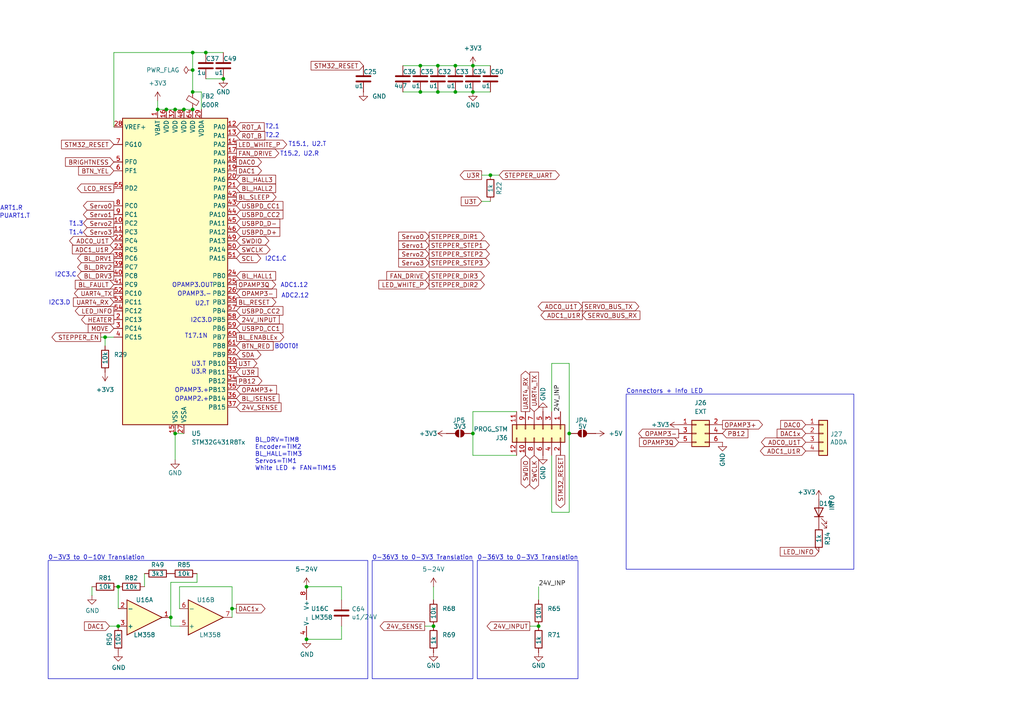
<source format=kicad_sch>
(kicad_sch (version 20250114) (generator "eeschema") (generator_version "9.0")
  (paper "A4")
  (title_block (title "lab@home") (date "2024-08-19") (rev "15.1") (company "Klaus Liebler"))
  (lib_symbols
    (symbol "Amplifier_Operational:LM358" (pin_names (offset 0.127))
      (property "Reference" "U" (at 0 5.08 0))
      (property "Value" "LM358" (at 0 -5.08 0))
      (symbol "LM358_1_1"
        (polyline (pts (xy -5.08 5.08) (xy 5.08 0) (xy -5.08 -5.08) (xy -5.08 5.08)) (stroke (width 0.254)) (fill (type background)))
        (pin input line (at -7.62 2.54 0) (length 2.54) (name "+") (number "3"))
        (pin input line (at -7.62 -2.54 0) (length 2.54) (name "-") (number "2"))
        (pin output line (at 7.62 0 180) (length 2.54) (name "~") (number "1"))
      )
      (symbol "LM358_2_1"
        (polyline (pts (xy -5.08 5.08) (xy 5.08 0) (xy -5.08 -5.08) (xy -5.08 5.08)) (stroke (width 0.254)) (fill (type background)))
        (pin input line (at -7.62 2.54 0) (length 2.54) (name "+") (number "5"))
        (pin input line (at -7.62 -2.54 0) (length 2.54) (name "-") (number "6"))
        (pin output line (at 7.62 0 180) (length 2.54) (name "~") (number "7"))
      )
      (symbol "LM358_3_1"
        (pin power_in line (at -2.54 7.62 270) (length 3.81) (name "V+") (number "8"))
        (pin power_in line (at -2.54 -7.62 90) (length 3.81) (name "V-") (number "4"))
      )
    )
    (symbol "Connector_Generic:Conn_01x04" (pin_names (offset 1.016) (hide yes))
      (property "Reference" "J" (at 0 5.08 0))
      (property "Value" "Conn_01x04" (at 0 -7.62 0))
      (symbol "Conn_01x04_1_1"
        (rectangle (start -1.27 3.81) (end 1.27 -6.35) (stroke (width 0.254)) (fill (type background)))
        (rectangle (start -1.27 2.667) (end 0 2.413) (stroke (width 0.1524)))
        (rectangle (start -1.27 0.127) (end 0 -0.127) (stroke (width 0.1524)))
        (rectangle (start -1.27 -2.413) (end 0 -2.667) (stroke (width 0.1524)))
        (rectangle (start -1.27 -4.953) (end 0 -5.207) (stroke (width 0.1524)))
        (pin passive line (at -5.08 2.54 0) (length 3.81) (name "Pin_1") (number "1"))
        (pin passive line (at -5.08 0 0) (length 3.81) (name "Pin_2") (number "2"))
        (pin passive line (at -5.08 -2.54 0) (length 3.81) (name "Pin_3") (number "3"))
        (pin passive line (at -5.08 -5.08 0) (length 3.81) (name "Pin_4") (number "4"))
      )
    )
    (symbol "Connector_Generic:Conn_02x03_Odd_Even" (pin_names (offset 1.016) (hide yes))
      (property "Reference" "J" (at 1.27 5.08 0))
      (property "Value" "Conn_02x03_Odd_Even" (at 1.27 -5.08 0))
      (symbol "Conn_02x03_Odd_Even_1_1"
        (rectangle (start -1.27 3.81) (end 3.81 -3.81) (stroke (width 0.254)) (fill (type background)))
        (rectangle (start -1.27 2.667) (end 0 2.413) (stroke (width 0.1524)))
        (rectangle (start -1.27 0.127) (end 0 -0.127) (stroke (width 0.1524)))
        (rectangle (start -1.27 -2.413) (end 0 -2.667) (stroke (width 0.1524)))
        (rectangle (start 3.81 2.667) (end 2.54 2.413) (stroke (width 0.1524)))
        (rectangle (start 3.81 0.127) (end 2.54 -0.127) (stroke (width 0.1524)))
        (rectangle (start 3.81 -2.413) (end 2.54 -2.667) (stroke (width 0.1524)))
        (pin passive line (at -5.08 2.54 0) (length 3.81) (name "Pin_1") (number "1"))
        (pin passive line (at -5.08 0 0) (length 3.81) (name "Pin_3") (number "3"))
        (pin passive line (at -5.08 -2.54 0) (length 3.81) (name "Pin_5") (number "5"))
        (pin passive line (at 7.62 2.54 180) (length 3.81) (name "Pin_2") (number "2"))
        (pin passive line (at 7.62 0 180) (length 3.81) (name "Pin_4") (number "4"))
        (pin passive line (at 7.62 -2.54 180) (length 3.81) (name "Pin_6") (number "6"))
      )
    )
    (symbol "Connector_Generic:Conn_02x06_Odd_Even" (pin_names (offset 1.016) (hide yes))
      (property "Reference" "J" (at 1.27 7.62 0))
      (property "Value" "Conn_02x06_Odd_Even" (at 1.27 -10.16 0))
      (symbol "Conn_02x06_Odd_Even_1_1"
        (rectangle (start -1.27 6.35) (end 3.81 -8.89) (stroke (width 0.254)) (fill (type background)))
        (rectangle (start -1.27 5.207) (end 0 4.953) (stroke (width 0.1524)))
        (rectangle (start -1.27 2.667) (end 0 2.413) (stroke (width 0.1524)))
        (rectangle (start -1.27 0.127) (end 0 -0.127) (stroke (width 0.1524)))
        (rectangle (start -1.27 -2.413) (end 0 -2.667) (stroke (width 0.1524)))
        (rectangle (start -1.27 -4.953) (end 0 -5.207) (stroke (width 0.1524)))
        (rectangle (start -1.27 -7.493) (end 0 -7.747) (stroke (width 0.1524)))
        (rectangle (start 3.81 5.207) (end 2.54 4.953) (stroke (width 0.1524)))
        (rectangle (start 3.81 2.667) (end 2.54 2.413) (stroke (width 0.1524)))
        (rectangle (start 3.81 0.127) (end 2.54 -0.127) (stroke (width 0.1524)))
        (rectangle (start 3.81 -2.413) (end 2.54 -2.667) (stroke (width 0.1524)))
        (rectangle (start 3.81 -4.953) (end 2.54 -5.207) (stroke (width 0.1524)))
        (rectangle (start 3.81 -7.493) (end 2.54 -7.747) (stroke (width 0.1524)))
        (pin passive line (at -5.08 5.08 0) (length 3.81) (name "Pin_1") (number "1"))
        (pin passive line (at -5.08 2.54 0) (length 3.81) (name "Pin_3") (number "3"))
        (pin passive line (at -5.08 0 0) (length 3.81) (name "Pin_5") (number "5"))
        (pin passive line (at -5.08 -2.54 0) (length 3.81) (name "Pin_7") (number "7"))
        (pin passive line (at -5.08 -5.08 0) (length 3.81) (name "Pin_9") (number "9"))
        (pin passive line (at -5.08 -7.62 0) (length 3.81) (name "Pin_11") (number "11"))
        (pin passive line (at 7.62 5.08 180) (length 3.81) (name "Pin_2") (number "2"))
        (pin passive line (at 7.62 2.54 180) (length 3.81) (name "Pin_4") (number "4"))
        (pin passive line (at 7.62 0 180) (length 3.81) (name "Pin_6") (number "6"))
        (pin passive line (at 7.62 -2.54 180) (length 3.81) (name "Pin_8") (number "8"))
        (pin passive line (at 7.62 -5.08 180) (length 3.81) (name "Pin_10") (number "10"))
        (pin passive line (at 7.62 -7.62 180) (length 3.81) (name "Pin_12") (number "12"))
      )
    )
    (symbol "Device:C" (pin_numbers (hide yes)) (pin_names (offset 0.254))
      (property "Reference" "C" (at 0.635 2.54 0))
      (property "Value" "C" (at 0.635 -2.54 0))
      (symbol "C_0_1"
        (polyline (pts (xy -2.032 0.762) (xy 2.032 0.762)) (stroke (width 0.508)))
        (polyline (pts (xy -2.032 -0.762) (xy 2.032 -0.762)) (stroke (width 0.508)))
      )
      (symbol "C_1_1"
        (pin passive line (at 0 3.81 270) (length 2.794) (name "~") (number "1"))
        (pin passive line (at 0 -3.81 90) (length 2.794) (name "~") (number "2"))
      )
    )
    (symbol "Device:FerriteBead_Small" (pin_numbers (hide yes)) (pin_names (offset 0))
      (property "Reference" "FB" (at 1.905 1.27 0))
      (property "Value" "FerriteBead_Small" (at 1.905 -1.27 0))
      (symbol "FerriteBead_Small_0_1"
        (polyline (pts (xy -1.8288 0.2794) (xy -1.1176 1.4986) (xy 1.8288 -0.2032) (xy 1.1176 -1.4224) (xy -1.8288 0.2794)))
        (polyline (pts (xy 0 0.889) (xy 0 1.2954)))
        (polyline (pts (xy 0 -1.27) (xy 0 -0.7874)))
      )
      (symbol "FerriteBead_Small_1_1"
        (pin passive line (at 0 2.54 270) (length 1.27) (name "~") (number "1"))
        (pin passive line (at 0 -2.54 90) (length 1.27) (name "~") (number "2"))
      )
    )
    (symbol "Device:LED" (pin_numbers (hide yes)) (pin_names (offset 1.016) (hide yes))
      (property "Reference" "D" (at 0 2.54 0))
      (property "Value" "LED" (at 0 -2.54 0))
      (symbol "LED_0_1"
        (polyline (pts (xy -3.048 -0.762) (xy -4.572 -2.286) (xy -3.81 -2.286) (xy -4.572 -2.286) (xy -4.572 -1.524)))
        (polyline (pts (xy -1.778 -0.762) (xy -3.302 -2.286) (xy -2.54 -2.286) (xy -3.302 -2.286) (xy -3.302 -1.524)))
        (polyline (pts (xy -1.27 0) (xy 1.27 0)))
        (polyline (pts (xy -1.27 -1.27) (xy -1.27 1.27)) (stroke (width 0.254)))
        (polyline (pts (xy 1.27 -1.27) (xy 1.27 1.27) (xy -1.27 0) (xy 1.27 -1.27)) (stroke (width 0.254)))
      )
      (symbol "LED_1_1"
        (pin passive line (at -3.81 0 0) (length 2.54) (name "K") (number "1"))
        (pin passive line (at 3.81 0 180) (length 2.54) (name "A") (number "2"))
      )
    )
    (symbol "Device:R" (pin_numbers (hide yes)) (pin_names (offset 0))
      (property "Reference" "R" (at 2.032 0 90))
      (property "Value" "R" (at 0 0 90))
      (symbol "R_0_1"
        (rectangle (start -1.016 -2.54) (end 1.016 2.54) (stroke (width 0.254)))
      )
      (symbol "R_1_1"
        (pin passive line (at 0 3.81 270) (length 1.27) (name "~") (number "1"))
        (pin passive line (at 0 -3.81 90) (length 1.27) (name "~") (number "2"))
      )
    )
    (symbol "Jumper:SolderJumper_2_Open" (pin_numbers (hide yes)) (pin_names (offset 0) (hide yes)) (exclude_from_sim yes) (in_bom no)
      (property "Reference" "JP" (at 0 2.032 0))
      (property "Value" "SolderJumper_2_Open" (at 0 -2.54 0))
      (symbol "SolderJumper_2_Open_0_1"
        (polyline (pts (xy -0.254 1.016) (xy -0.254 -1.016)))
        (arc (start -0.254 -1.016) (mid -1.2656 0) (end -0.254 1.016))
        (arc (start -0.254 -1.016) (mid -1.2656 0) (end -0.254 1.016) (fill (type outline)))
        (arc (start 0.254 1.016) (mid 1.2656 0) (end 0.254 -1.016))
        (arc (start 0.254 1.016) (mid 1.2656 0) (end 0.254 -1.016) (fill (type outline)))
        (polyline (pts (xy 0.254 1.016) (xy 0.254 -1.016)))
      )
      (symbol "SolderJumper_2_Open_1_1"
        (pin passive line (at -3.81 0 0) (length 2.54) (name "A") (number "1"))
        (pin passive line (at 3.81 0 180) (length 2.54) (name "B") (number "2"))
      )
    )
    (symbol "MCU_ST_STM32G4:STM32G431R8Tx"
      (property "Reference" "U" (at -15.24 46.99 0))
      (property "Value" "STM32G431R8Tx" (at 10.16 46.99 0))
      (symbol "STM32G431R8Tx_0_1"
        (rectangle (start -15.24 -43.18) (end 15.24 45.72) (stroke (width 0.254)) (fill (type background)))
      )
      (symbol "STM32G431R8Tx_1_1"
        (pin input line (at -17.78 43.18 0) (length 2.54) (name "VREF+") (number "28"))
        (pin bidirectional line (at -17.78 38.1 0) (length 2.54) (name "PG10") (number "7"))
        (pin bidirectional line (at -17.78 33.02 0) (length 2.54) (name "PF0") (number "5"))
        (pin bidirectional line (at -17.78 30.48 0) (length 2.54) (name "PF1") (number "6"))
        (pin bidirectional line (at -17.78 25.4 0) (length 2.54) (name "PD2") (number "55"))
        (pin bidirectional line (at -17.78 20.32 0) (length 2.54) (name "PC0") (number "8"))
        (pin bidirectional line (at -17.78 17.78 0) (length 2.54) (name "PC1") (number "9"))
        (pin bidirectional line (at -17.78 15.24 0) (length 2.54) (name "PC2") (number "10"))
        (pin bidirectional line (at -17.78 12.7 0) (length 2.54) (name "PC3") (number "11"))
        (pin bidirectional line (at -17.78 10.16 0) (length 2.54) (name "PC4") (number "22"))
        (pin bidirectional line (at -17.78 7.62 0) (length 2.54) (name "PC5") (number "23"))
        (pin bidirectional line (at -17.78 5.08 0) (length 2.54) (name "PC6") (number "38"))
        (pin bidirectional line (at -17.78 2.54 0) (length 2.54) (name "PC7") (number "39"))
        (pin bidirectional line (at -17.78 0 0) (length 2.54) (name "PC8") (number "40"))
        (pin bidirectional line (at -17.78 -2.54 0) (length 2.54) (name "PC9") (number "41"))
        (pin bidirectional line (at -17.78 -5.08 0) (length 2.54) (name "PC10") (number "52"))
        (pin bidirectional line (at -17.78 -7.62 0) (length 2.54) (name "PC11") (number "53"))
        (pin bidirectional line (at -17.78 -10.16 0) (length 2.54) (name "PC12") (number "54"))
        (pin bidirectional line (at -17.78 -12.7 0) (length 2.54) (name "PC13") (number "2"))
        (pin bidirectional line (at -17.78 -15.24 0) (length 2.54) (name "PC14") (number "3"))
        (pin bidirectional line (at -17.78 -17.78 0) (length 2.54) (name "PC15") (number "4"))
        (pin power_in line (at -5.08 48.26 270) (length 2.54) (name "VBAT") (number "1"))
        (pin power_in line (at -2.54 48.26 270) (length 2.54) (name "VDD") (number "16"))
        (pin power_in line (at 0 48.26 270) (length 2.54) (name "VDD") (number "32"))
        (pin power_in line (at 0 -45.72 90) (length 2.54) (name "VSS") (number "15"))
        (pin passive line (at 0 -45.72 90) (length 2.54) (hide yes) (name "VSS") (number "31"))
        (pin passive line (at 0 -45.72 90) (length 2.54) (hide yes) (name "VSS") (number "47"))
        (pin passive line (at 0 -45.72 90) (length 2.54) (hide yes) (name "VSS") (number "63"))
        (pin power_in line (at 2.54 48.26 270) (length 2.54) (name "VDD") (number "48"))
        (pin power_in line (at 2.54 -45.72 90) (length 2.54) (name "VSSA") (number "27"))
        (pin power_in line (at 5.08 48.26 270) (length 2.54) (name "VDD") (number "64"))
        (pin power_in line (at 7.62 48.26 270) (length 2.54) (name "VDDA") (number "29"))
        (pin bidirectional line (at 17.78 43.18 180) (length 2.54) (name "PA0") (number "12"))
        (pin bidirectional line (at 17.78 40.64 180) (length 2.54) (name "PA1") (number "13"))
        (pin bidirectional line (at 17.78 38.1 180) (length 2.54) (name "PA2") (number "14"))
        (pin bidirectional line (at 17.78 35.56 180) (length 2.54) (name "PA3") (number "17"))
        (pin bidirectional line (at 17.78 33.02 180) (length 2.54) (name "PA4") (number "18"))
        (pin bidirectional line (at 17.78 30.48 180) (length 2.54) (name "PA5") (number "19"))
        (pin bidirectional line (at 17.78 27.94 180) (length 2.54) (name "PA6") (number "20"))
        (pin bidirectional line (at 17.78 25.4 180) (length 2.54) (name "PA7") (number "21"))
        (pin bidirectional line (at 17.78 22.86 180) (length 2.54) (name "PA8") (number "42"))
        (pin bidirectional line (at 17.78 20.32 180) (length 2.54) (name "PA9") (number "43"))
        (pin bidirectional line (at 17.78 17.78 180) (length 2.54) (name "PA10") (number "44"))
        (pin bidirectional line (at 17.78 15.24 180) (length 2.54) (name "PA11") (number "45"))
        (pin bidirectional line (at 17.78 12.7 180) (length 2.54) (name "PA12") (number "46"))
        (pin bidirectional line (at 17.78 10.16 180) (length 2.54) (name "PA13") (number "49"))
        (pin bidirectional line (at 17.78 7.62 180) (length 2.54) (name "PA14") (number "50"))
        (pin bidirectional line (at 17.78 5.08 180) (length 2.54) (name "PA15") (number "51"))
        (pin bidirectional line (at 17.78 0 180) (length 2.54) (name "PB0") (number "24"))
        (pin bidirectional line (at 17.78 -2.54 180) (length 2.54) (name "PB1") (number "25"))
        (pin bidirectional line (at 17.78 -5.08 180) (length 2.54) (name "PB2") (number "26"))
        (pin bidirectional line (at 17.78 -7.62 180) (length 2.54) (name "PB3") (number "56"))
        (pin bidirectional line (at 17.78 -10.16 180) (length 2.54) (name "PB4") (number "57"))
        (pin bidirectional line (at 17.78 -12.7 180) (length 2.54) (name "PB5") (number "58"))
        (pin bidirectional line (at 17.78 -15.24 180) (length 2.54) (name "PB6") (number "59"))
        (pin bidirectional line (at 17.78 -17.78 180) (length 2.54) (name "PB7") (number "60"))
        (pin bidirectional line (at 17.78 -20.32 180) (length 2.54) (name "PB8") (number "61"))
        (pin bidirectional line (at 17.78 -22.86 180) (length 2.54) (name "PB9") (number "62"))
        (pin bidirectional line (at 17.78 -25.4 180) (length 2.54) (name "PB10") (number "30"))
        (pin bidirectional line (at 17.78 -27.94 180) (length 2.54) (name "PB11") (number "33"))
        (pin bidirectional line (at 17.78 -30.48 180) (length 2.54) (name "PB12") (number "34"))
        (pin bidirectional line (at 17.78 -33.02 180) (length 2.54) (name "PB13") (number "35"))
        (pin bidirectional line (at 17.78 -35.56 180) (length 2.54) (name "PB14") (number "36"))
        (pin bidirectional line (at 17.78 -38.1 180) (length 2.54) (name "PB15") (number "37"))
      )
    )
    (symbol "power:+3V3" (power) (pin_numbers (hide yes)) (pin_names (offset 0) (hide yes))
      (property "Value" "+3V3" (at 0 3.556 0))
      (symbol "+3V3_0_1"
        (polyline (pts (xy -0.762 1.27) (xy 0 2.54)))
        (polyline (pts (xy 0 2.54) (xy 0.762 1.27)))
        (polyline (pts (xy 0 0) (xy 0 2.54)))
      )
      (symbol "+3V3_1_1"
        (pin power_in line (at 0 0 90) (length 0) (name "~") (number "1"))
      )
    )
    (symbol "power:+5V" (power) (pin_numbers (hide yes)) (pin_names (offset 0) (hide yes))
      (property "Value" "+5V" (at 0 3.556 0))
      (symbol "+5V_0_1"
        (polyline (pts (xy -0.762 1.27) (xy 0 2.54)))
        (polyline (pts (xy 0 2.54) (xy 0.762 1.27)))
        (polyline (pts (xy 0 0) (xy 0 2.54)))
      )
      (symbol "+5V_1_1"
        (pin power_in line (at 0 0 90) (length 0) (name "~") (number "1"))
      )
    )
    (symbol "power:+VSW" (power) (pin_numbers (hide yes)) (pin_names (offset 0) (hide yes))
      (property "Value" "+VSW" (at 0 3.556 0))
      (symbol "+VSW_0_1"
        (polyline (pts (xy -0.762 1.27) (xy 0 2.54)))
        (polyline (pts (xy 0 2.54) (xy 0.762 1.27)))
        (polyline (pts (xy 0 0) (xy 0 2.54)))
      )
      (symbol "+VSW_1_1"
        (pin power_in line (at 0 0 90) (length 0) (name "~") (number "1"))
      )
    )
    (symbol "power:GND" (power) (pin_numbers (hide yes)) (pin_names (offset 0) (hide yes))
      (property "Value" "GND" (at 0 -3.81 0))
      (symbol "GND_0_1"
        (polyline (pts (xy 0 0) (xy 0 -1.27) (xy 1.27 -1.27) (xy 0 -2.54) (xy -1.27 -1.27) (xy 0 -1.27)))
      )
      (symbol "GND_1_1"
        (pin power_in line (at 0 0 270) (length 0) (name "~") (number "1"))
      )
    )
    (symbol "power:PWR_FLAG" (power) (pin_numbers (hide yes)) (pin_names (offset 0) (hide yes))
      (property "Value" "PWR_FLAG" (at 0 3.81 0))
      (symbol "PWR_FLAG_0_0"
        (pin power_out line (at 0 0 90) (length 0) (name "~") (number "1"))
      )
      (symbol "PWR_FLAG_0_1"
        (polyline (pts (xy 0 0) (xy 0 1.27) (xy -1.016 1.905) (xy 0 2.54) (xy 1.016 1.905) (xy 0 1.27)))
      )
    )
  )
  (rectangle (start 107.95 162.56) (end 137.16 196.85))
  (rectangle (start 138.43 162.56) (end 167.64 196.85))
  (rectangle (start 13.97 162.56) (end 106.68 196.85))
  (rectangle (start 181.61 114.3) (end 247.65 165.1))
  (text "U2.T" (at 58.674 88.138 0) (effects (font (size 1.27 1.27))))
  (text "T2.2" (at 78.994 39.37 0) (effects (font (size 1.27 1.27))))
  (text "T17.1N" (at 56.896 97.536 0) (effects (font (size 1.27 1.27))))
  (text "T2.1" (at 78.994 36.83 0) (effects (font (size 1.27 1.27))))
  (text "T1.2, LPUART1.T" (at 1.016 62.738 0) (effects (font (size 1.27 1.27))))
  (text "I2C3.D" (at 17.272 87.884 0) (effects (font (size 1.27 1.27))))
  (text "T1.1, LPUART1.R" (at -1.27 60.452 0) (effects (font (size 1.27 1.27))))
  (text "OPAMP3.+" (at 55.626 113.284 0) (effects (font (size 1.27 1.27))))
  (text "BL_DRV=TIM8\nEncoder=TIM2\nBL_HALL=TIM3\nServos=TIM1\nWhite LED + FAN=TIM15\n" (at 73.914 131.826 0) (effects (font (size 1.27 1.27)) (justify left)))
  (text "T1.4" (at 22.098 67.564 0) (effects (font (size 1.27 1.27))))
  (text "T15.2, U2.R" (at 86.868 44.704 0) (effects (font (size 1.27 1.27))))
  (text "T1.3" (at 22.098 65.024 0) (effects (font (size 1.27 1.27))))
  (text "0-36V3 to 0-3V3 Translation" (at 138.43 162.56 0) (effects (font (size 1.27 1.27)) (justify left bottom)))
  (text "U3.T" (at 57.658 105.664 0) (effects (font (size 1.27 1.27))))
  (text "T15.1, U2.T" (at 89.154 41.91 0) (effects (font (size 1.27 1.27))))
  (text "I2C3.D" (at 58.42 92.964 0) (effects (font (size 1.27 1.27))))
  (text "0-3V3 to 0-10V Translation" (at 13.97 162.56 0) (effects (font (size 1.27 1.27)) (justify left bottom)))
  (text "I2C3.C" (at 19.05 79.756 0) (effects (font (size 1.27 1.27))))
  (text "U3.R" (at 57.658 107.95 0) (effects (font (size 1.27 1.27))))
  (text "Connectors + Info LED" (at 181.61 114.3 0) (effects (font (size 1.27 1.27)) (justify left bottom)))
  (text "I2C1.C" (at 80.01 75.184 0) (effects (font (size 1.27 1.27))))
  (text "ADC1.12" (at 85.344 82.804 0) (effects (font (size 1.27 1.27))))
  (text "ADC2.12" (at 85.598 85.852 0) (effects (font (size 1.27 1.27))))
  (text "BOOT0!" (at 83.058 100.584 0) (effects (font (size 1.27 1.27))))
  (text "0-36V3 to 0-3V3 Translation" (at 107.95 162.56 0) (effects (font (size 1.27 1.27)) (justify left bottom)))
  (text "OPAMP2.+" (at 55.626 115.824 0) (effects (font (size 1.27 1.27))))
  (text "OPAMP3.-" (at 56.388 85.344 0) (effects (font (size 1.27 1.27))))
  (text "OPAMP3.OUT" (at 55.88 82.804 0) (effects (font (size 1.27 1.27))))
  (junction (at 121.92 19.05))
  (junction (at 30.48 97.79))
  (junction (at 48.26 31.75))
  (junction (at 55.88 15.24))
  (junction (at 55.88 20.32))
  (junction (at 121.92 26.67))
  (junction (at 165.1 125.73))
  (junction (at 55.88 26.67))
  (junction (at 49.53 179.07))
  (junction (at 34.29 170.18))
  (junction (at 156.21 181.61))
  (junction (at 45.72 31.75))
  (junction (at 132.08 26.67))
  (junction (at 137.16 26.67))
  (junction (at 55.88 31.75))
  (junction (at 132.08 19.05))
  (junction (at 127 26.67))
  (junction (at 88.9 170.18))
  (junction (at 125.73 181.61))
  (junction (at 137.16 125.73))
  (junction (at 142.24 50.8))
  (junction (at 53.34 31.75))
  (junction (at 67.31 176.53))
  (junction (at 127 19.05))
  (junction (at 50.8 31.75))
  (junction (at 137.16 19.05))
  (junction (at 64.77 22.86))
  (junction (at 50.8 125.73))
  (junction (at 88.9 185.42))
  (junction (at 59.69 15.24))
  (junction (at 34.29 181.61))
  (wire (pts (xy 99.06 170.18) (xy 99.06 173.99)))
  (wire (pts (xy 149.86 119.38) (xy 137.16 119.38)))
  (wire (pts (xy 160.02 105.41) (xy 165.1 105.41)))
  (wire (pts (xy 165.1 148.59) (xy 165.1 125.73)))
  (wire (pts (xy 137.16 26.67) (xy 142.24 26.67)))
  (wire (pts (xy 149.86 132.08) (xy 137.16 132.08)))
  (wire (pts (xy 99.06 185.42) (xy 99.06 181.61)))
  (wire (pts (xy 49.53 168.91) (xy 49.53 179.07)))
  (wire (pts (xy 57.15 166.37) (xy 57.15 168.91)))
  (wire (pts (xy 34.29 170.18) (xy 34.29 176.53)))
  (wire (pts (xy 50.8 31.75) (xy 53.34 31.75)))
  (wire (pts (xy 88.9 170.18) (xy 99.06 170.18)))
  (wire (pts (xy 52.07 181.61) (xy 49.53 181.61)))
  (wire (pts (xy 132.08 19.05) (xy 137.16 19.05)))
  (wire (pts (xy 121.92 19.05) (xy 127 19.05)))
  (wire (pts (xy 165.1 105.41) (xy 165.1 125.73)))
  (wire (pts (xy 125.73 170.18) (xy 125.73 173.99)))
  (wire (pts (xy 58.42 26.67) (xy 55.88 26.67)))
  (wire (pts (xy 50.8 125.73) (xy 53.34 125.73)))
  (wire (pts (xy 160.02 119.38) (xy 160.02 105.41)))
  (wire (pts (xy 127 26.67) (xy 132.08 26.67)))
  (wire (pts (xy 116.84 19.05) (xy 121.92 19.05)))
  (wire (pts (xy 127 19.05) (xy 132.08 19.05)))
  (wire (pts (xy 29.21 97.79) (xy 30.48 97.79)))
  (wire (pts (xy 139.7 58.42) (xy 142.24 58.42)))
  (wire (pts (xy 59.69 22.86) (xy 64.77 22.86)))
  (wire (pts (xy 55.88 26.67) (xy 55.88 20.32)))
  (wire (pts (xy 137.16 19.05) (xy 142.24 19.05)))
  (wire (pts (xy 67.31 176.53) (xy 67.31 179.07)))
  (wire (pts (xy 41.91 166.37) (xy 41.91 170.18)))
  (wire (pts (xy 67.31 176.53) (xy 68.58 176.53)))
  (wire (pts (xy 52.07 176.53) (xy 52.07 170.18)))
  (wire (pts (xy 48.26 31.75) (xy 50.8 31.75)))
  (wire (pts (xy 59.69 15.24) (xy 64.77 15.24)))
  (wire (pts (xy 55.88 15.24) (xy 33.02 15.24)))
  (wire (pts (xy 160.02 132.08) (xy 160.02 148.59)))
  (wire (pts (xy 123.19 181.61) (xy 125.73 181.61)))
  (wire (pts (xy 33.02 15.24) (xy 33.02 36.83)))
  (wire (pts (xy 50.8 125.73) (xy 50.8 133.35)))
  (wire (pts (xy 30.48 97.79) (xy 30.48 100.33)))
  (wire (pts (xy 55.88 20.32) (xy 55.88 15.24)))
  (wire (pts (xy 132.08 26.67) (xy 137.16 26.67)))
  (wire (pts (xy 137.16 132.08) (xy 137.16 125.73)))
  (wire (pts (xy 57.15 168.91) (xy 49.53 168.91)))
  (wire (pts (xy 142.24 50.8) (xy 144.78 50.8)))
  (wire (pts (xy 52.07 170.18) (xy 67.31 170.18)))
  (wire (pts (xy 137.16 119.38) (xy 137.16 125.73)))
  (wire (pts (xy 53.34 31.75) (xy 55.88 31.75)))
  (wire (pts (xy 55.88 15.24) (xy 59.69 15.24)))
  (wire (pts (xy 31.75 181.61) (xy 34.29 181.61)))
  (wire (pts (xy 116.84 26.67) (xy 121.92 26.67)))
  (wire (pts (xy 88.9 185.42) (xy 99.06 185.42)))
  (wire (pts (xy 153.67 181.61) (xy 156.21 181.61)))
  (wire (pts (xy 58.42 31.75) (xy 58.42 26.67)))
  (wire (pts (xy 121.92 26.67) (xy 127 26.67)))
  (wire (pts (xy 45.72 31.75) (xy 48.26 31.75)))
  (wire (pts (xy 156.21 170.18) (xy 156.21 173.99)))
  (wire (pts (xy 139.7 50.8) (xy 142.24 50.8)))
  (wire (pts (xy 26.67 170.18) (xy 26.67 172.72)))
  (wire (pts (xy 67.31 170.18) (xy 67.31 176.53)))
  (wire (pts (xy 160.02 148.59) (xy 165.1 148.59)))
  (wire (pts (xy 45.72 29.21) (xy 45.72 31.75)))
  (wire (pts (xy 30.48 97.79) (xy 33.02 97.79)))
  (wire (pts (xy 49.53 181.61) (xy 49.53 179.07)))
  (label "24V_INP" (at 156.21 170.18 0))
  (label "24V_INP" (at 162.56 119.38 90))
  (global_label "Servo0" (shape output) (at 33.02 59.69 180) (property "Intersheetrefs" "${INTERSHEET_REFS}" (effects (hide yes))))
  (global_label "MOVE" (shape input) (at 33.02 95.25 180) (property "Intersheetrefs" "${INTERSHEET_REFS}" (effects (hide yes))))
  (global_label "SWDIO" (shape bidirectional) (at 152.4 132.08 270) (property "Intersheetrefs" "${INTERSHEET_REFS}" (effects (hide yes))))
  (global_label "BL_DRV2" (shape output) (at 33.02 77.47 180) (property "Intersheetrefs" "${INTERSHEET_REFS}" (effects (hide yes))))
  (global_label "SERVO_BUS_RX" (shape input) (at 168.91 91.44 0) (property "Intersheetrefs" "${INTERSHEET_REFS}" (effects (hide yes))))
  (global_label "LED_WHITE_P" (shape input) (at 124.46 82.55 180) (property "Intersheetrefs" "${INTERSHEET_REFS}" (effects (hide yes))))
  (global_label "BL_RESET" (shape output) (at 68.58 87.63 0) (property "Intersheetrefs" "${INTERSHEET_REFS}" (effects (hide yes))))
  (global_label "STEPPER_STEP2" (shape output) (at 124.46 73.66 0) (property "Intersheetrefs" "${INTERSHEET_REFS}" (effects (hide yes))))
  (global_label "BTN_RED" (shape input) (at 68.58 100.33 0) (property "Intersheetrefs" "${INTERSHEET_REFS}" (effects (hide yes))))
  (global_label "STEPPER_DIR2" (shape output) (at 124.46 82.55 0) (property "Intersheetrefs" "${INTERSHEET_REFS}" (effects (hide yes))))
  (global_label "LCD_RES" (shape output) (at 33.02 54.61 180) (property "Intersheetrefs" "${INTERSHEET_REFS}" (effects (hide yes))))
  (global_label "STEPPER_STEP1" (shape output) (at 124.46 71.12 0) (property "Intersheetrefs" "${INTERSHEET_REFS}" (effects (hide yes))))
  (global_label "BL_DRV3" (shape output) (at 33.02 80.01 180) (property "Intersheetrefs" "${INTERSHEET_REFS}" (effects (hide yes))))
  (global_label "STM32_RESET" (shape output) (at 162.56 132.08 270) (property "Intersheetrefs" "${INTERSHEET_REFS}" (effects (hide yes))))
  (global_label "24V_INPUT" (shape output) (at 153.67 181.61 180) (property "Intersheetrefs" "${INTERSHEET_REFS}" (effects (hide yes))))
  (global_label "PB12" (shape output) (at 68.58 110.49 0) (property "Intersheetrefs" "${INTERSHEET_REFS}" (effects (hide yes))))
  (global_label "ADC0_U1T" (shape bidirectional) (at 168.91 88.9 180) (property "Intersheetrefs" "${INTERSHEET_REFS}" (effects (hide yes))))
  (global_label "U3R" (shape output) (at 139.7 50.8 180) (property "Intersheetrefs" "${INTERSHEET_REFS}" (effects (hide yes))))
  (global_label "24V_SENSE" (shape output) (at 123.19 181.61 180) (property "Intersheetrefs" "${INTERSHEET_REFS}" (effects (hide yes))))
  (global_label "DAC1x" (shape output) (at 68.58 176.53 0) (property "Intersheetrefs" "${INTERSHEET_REFS}" (effects (hide yes))))
  (global_label "SWCLK" (shape bidirectional) (at 68.58 72.39 0) (property "Intersheetrefs" "${INTERSHEET_REFS}" (effects (hide yes))))
  (global_label "USBPD_CC1" (shape input) (at 68.58 59.69 0) (property "Intersheetrefs" "${INTERSHEET_REFS}" (effects (hide yes))))
  (global_label "Servo3" (shape output) (at 33.02 67.31 180) (property "Intersheetrefs" "${INTERSHEET_REFS}" (effects (hide yes))))
  (global_label "USBPD_D+" (shape input) (at 68.58 67.31 0) (property "Intersheetrefs" "${INTERSHEET_REFS}" (effects (hide yes))))
  (global_label "USBPD_CC2" (shape input) (at 68.58 62.23 0) (property "Intersheetrefs" "${INTERSHEET_REFS}" (effects (hide yes))))
  (global_label "DAC1" (shape output) (at 68.58 49.53 0) (property "Intersheetrefs" "${INTERSHEET_REFS}" (effects (hide yes))))
  (global_label "Servo1" (shape output) (at 33.02 62.23 180) (property "Intersheetrefs" "${INTERSHEET_REFS}" (effects (hide yes))))
  (global_label "U3R" (shape input) (at 68.58 107.95 0) (property "Intersheetrefs" "${INTERSHEET_REFS}" (effects (hide yes))))
  (global_label "ADC1_U1R" (shape input) (at 33.02 72.39 180) (property "Intersheetrefs" "${INTERSHEET_REFS}" (effects (hide yes))))
  (global_label "BRIGHTNESS" (shape input) (at 33.02 46.99 180) (property "Intersheetrefs" "${INTERSHEET_REFS}" (effects (hide yes))))
  (global_label "U3T" (shape input) (at 139.7 58.42 180) (property "Intersheetrefs" "${INTERSHEET_REFS}" (effects (hide yes))))
  (global_label "LED_INFO" (shape input) (at 237.49 160.02 180) (property "Intersheetrefs" "${INTERSHEET_REFS}" (effects (hide yes))))
  (global_label "OPAMP3-" (shape output) (at 196.85 125.73 180) (property "Intersheetrefs" "${INTERSHEET_REFS}" (effects (hide yes))))
  (global_label "BL_DRV1" (shape output) (at 33.02 74.93 180) (property "Intersheetrefs" "${INTERSHEET_REFS}" (effects (hide yes))))
  (global_label "STEPPER_EN" (shape output) (at 29.21 97.79 180) (property "Intersheetrefs" "${INTERSHEET_REFS}" (effects (hide yes))))
  (global_label "OPAMP3Q" (shape output) (at 68.58 82.55 0) (property "Intersheetrefs" "${INTERSHEET_REFS}" (effects (hide yes))))
  (global_label "SWCLK" (shape bidirectional) (at 154.94 132.08 270) (property "Intersheetrefs" "${INTERSHEET_REFS}" (effects (hide yes))))
  (global_label "SERVO_BUS_TX" (shape output) (at 168.91 88.9 0) (property "Intersheetrefs" "${INTERSHEET_REFS}" (effects (hide yes))))
  (global_label "FAN_DRIVE" (shape input) (at 124.46 80.01 180) (property "Intersheetrefs" "${INTERSHEET_REFS}" (effects (hide yes))))
  (global_label "U3T" (shape output) (at 68.58 105.41 0) (property "Intersheetrefs" "${INTERSHEET_REFS}" (effects (hide yes))))
  (global_label "PB12" (shape input) (at 209.55 125.73 0) (property "Intersheetrefs" "${INTERSHEET_REFS}" (effects (hide yes))))
  (global_label "USBPD_D-" (shape input) (at 68.58 64.77 0) (property "Intersheetrefs" "${INTERSHEET_REFS}" (effects (hide yes))))
  (global_label "OPAMP3-" (shape input) (at 68.58 85.09 0) (property "Intersheetrefs" "${INTERSHEET_REFS}" (effects (hide yes))))
  (global_label "STEPPER_STEP3" (shape output) (at 124.46 76.2 0) (property "Intersheetrefs" "${INTERSHEET_REFS}" (effects (hide yes))))
  (global_label "ADC0_U1T" (shape bidirectional) (at 33.02 69.85 180) (property "Intersheetrefs" "${INTERSHEET_REFS}" (effects (hide yes))))
  (global_label "ADC1_U1R" (shape output) (at 168.91 91.44 180) (property "Intersheetrefs" "${INTERSHEET_REFS}" (effects (hide yes))))
  (global_label "BL_HALL3" (shape input) (at 68.58 52.07 0) (property "Intersheetrefs" "${INTERSHEET_REFS}" (effects (hide yes))))
  (global_label "OPAMP3+" (shape input) (at 68.58 113.03 0) (property "Intersheetrefs" "${INTERSHEET_REFS}" (effects (hide yes))))
  (global_label "ROT_A" (shape input) (at 68.58 36.83 0) (property "Intersheetrefs" "${INTERSHEET_REFS}" (effects (hide yes))))
  (global_label "USBPD_CC2" (shape input) (at 68.58 90.17 0) (property "Intersheetrefs" "${INTERSHEET_REFS}" (effects (hide yes))))
  (global_label "BL_SLEEP" (shape output) (at 68.58 57.15 0) (property "Intersheetrefs" "${INTERSHEET_REFS}" (effects (hide yes))))
  (global_label "Servo0" (shape input) (at 124.46 68.58 180) (property "Intersheetrefs" "${INTERSHEET_REFS}" (effects (hide yes))))
  (global_label "UART4_TX" (shape input) (at 154.94 119.38 90) (property "Intersheetrefs" "${INTERSHEET_REFS}" (effects (hide yes))))
  (global_label "STM32_RESET" (shape input) (at 105.41 19.05 180) (property "Intersheetrefs" "${INTERSHEET_REFS}" (effects (hide yes))))
  (global_label "BL_HALL1" (shape input) (at 68.58 80.01 0) (property "Intersheetrefs" "${INTERSHEET_REFS}" (effects (hide yes))))
  (global_label "SWDIO" (shape bidirectional) (at 68.58 69.85 0) (property "Intersheetrefs" "${INTERSHEET_REFS}" (effects (hide yes))))
  (global_label "24V_INPUT" (shape input) (at 68.58 92.71 0) (property "Intersheetrefs" "${INTERSHEET_REFS}" (effects (hide yes))))
  (global_label "24V_SENSE" (shape input) (at 68.58 118.11 0) (property "Intersheetrefs" "${INTERSHEET_REFS}" (effects (hide yes))))
  (global_label "ROT_B" (shape input) (at 68.58 39.37 0) (property "Intersheetrefs" "${INTERSHEET_REFS}" (effects (hide yes))))
  (global_label "BL_HALL2" (shape input) (at 68.58 54.61 0) (property "Intersheetrefs" "${INTERSHEET_REFS}" (effects (hide yes))))
  (global_label "BTN_YEL" (shape input) (at 33.02 49.53 180) (property "Intersheetrefs" "${INTERSHEET_REFS}" (effects (hide yes))))
  (global_label "DAC1x" (shape input) (at 233.68 125.73 180) (property "Intersheetrefs" "${INTERSHEET_REFS}" (effects (hide yes))))
  (global_label "DAC0" (shape output) (at 68.58 46.99 0) (property "Intersheetrefs" "${INTERSHEET_REFS}" (effects (hide yes))))
  (global_label "BL_FAULT" (shape input) (at 33.02 82.55 180) (property "Intersheetrefs" "${INTERSHEET_REFS}" (effects (hide yes))))
  (global_label "HEATER" (shape output) (at 33.02 92.71 180) (property "Intersheetrefs" "${INTERSHEET_REFS}" (effects (hide yes))))
  (global_label "ADC0_U1T" (shape bidirectional) (at 233.68 128.27 180) (property "Intersheetrefs" "${INTERSHEET_REFS}" (effects (hide yes))))
  (global_label "Servo2" (shape output) (at 33.02 64.77 180) (property "Intersheetrefs" "${INTERSHEET_REFS}" (effects (hide yes))))
  (global_label "BL_ENABLEx" (shape output) (at 68.58 97.79 0) (property "Intersheetrefs" "${INTERSHEET_REFS}" (effects (hide yes))))
  (global_label "STM32_RESET" (shape input) (at 33.02 41.91 180) (property "Intersheetrefs" "${INTERSHEET_REFS}" (effects (hide yes))))
  (global_label "UART4_RX" (shape input) (at 33.02 87.63 180) (property "Intersheetrefs" "${INTERSHEET_REFS}" (effects (hide yes))))
  (global_label "BL_ISENSE" (shape input) (at 68.58 115.57 0) (property "Intersheetrefs" "${INTERSHEET_REFS}" (effects (hide yes))))
  (global_label "Servo1" (shape input) (at 124.46 71.12 180) (property "Intersheetrefs" "${INTERSHEET_REFS}" (effects (hide yes))))
  (global_label "FAN_DRIVE" (shape output) (at 68.58 44.45 0) (property "Intersheetrefs" "${INTERSHEET_REFS}" (effects (hide yes))))
  (global_label "OPAMP3+" (shape output) (at 209.55 123.19 0) (property "Intersheetrefs" "${INTERSHEET_REFS}" (effects (hide yes))))
  (global_label "STEPPER_UART" (shape bidirectional) (at 144.78 50.8 0) (property "Intersheetrefs" "${INTERSHEET_REFS}" (effects (hide yes))))
  (global_label "SCL" (shape bidirectional) (at 68.58 74.93 0) (property "Intersheetrefs" "${INTERSHEET_REFS}" (effects (hide yes))))
  (global_label "Servo3" (shape input) (at 124.46 76.2 180) (property "Intersheetrefs" "${INTERSHEET_REFS}" (effects (hide yes))))
  (global_label "USBPD_CC1" (shape input) (at 68.58 95.25 0) (property "Intersheetrefs" "${INTERSHEET_REFS}" (effects (hide yes))))
  (global_label "STEPPER_DIR1" (shape output) (at 124.46 68.58 0) (property "Intersheetrefs" "${INTERSHEET_REFS}" (effects (hide yes))))
  (global_label "STEPPER_DIR3" (shape output) (at 124.46 80.01 0) (property "Intersheetrefs" "${INTERSHEET_REFS}" (effects (hide yes))))
  (global_label "DAC1" (shape input) (at 31.75 181.61 180) (property "Intersheetrefs" "${INTERSHEET_REFS}" (effects (hide yes))))
  (global_label "LED_WHITE_P" (shape output) (at 68.58 41.91 0) (property "Intersheetrefs" "${INTERSHEET_REFS}" (effects (hide yes))))
  (global_label "OPAMP3Q" (shape input) (at 196.85 128.27 180) (property "Intersheetrefs" "${INTERSHEET_REFS}" (effects (hide yes))))
  (global_label "Servo2" (shape input) (at 124.46 73.66 180) (property "Intersheetrefs" "${INTERSHEET_REFS}" (effects (hide yes))))
  (global_label "SDA" (shape bidirectional) (at 68.58 102.87 0) (property "Intersheetrefs" "${INTERSHEET_REFS}" (effects (hide yes))))
  (global_label "UART4_RX" (shape output) (at 152.4 119.38 90) (property "Intersheetrefs" "${INTERSHEET_REFS}" (effects (hide yes))))
  (global_label "UART4_TX" (shape output) (at 33.02 85.09 180) (property "Intersheetrefs" "${INTERSHEET_REFS}" (effects (hide yes))))
  (global_label "ADC1_U1R" (shape bidirectional) (at 233.68 130.81 180) (property "Intersheetrefs" "${INTERSHEET_REFS}" (effects (hide yes))))
  (global_label "LED_INFO" (shape output) (at 33.02 90.17 180) (property "Intersheetrefs" "${INTERSHEET_REFS}" (effects (hide yes))))
  (global_label "DAC0" (shape input) (at 233.68 123.19 180) (property "Intersheetrefs" "${INTERSHEET_REFS}" (effects (hide yes))))
  (symbol (lib_id "MCU_ST_STM32G4:STM32G431R8Tx") (at 50.8 80.01 0) (unit 1)
    (property "Reference" "U5" (at 55.5341 125.73 0) (effects (justify left)))
    (property "Value" "STM32G431R8Tx" (at 55.5341 128.27 0) (effects (justify left)))
    (property "Footprint" "Package_QFP:LQFP-64_10x10mm_P0.5mm" (effects (hide yes)))
    (property "Datasheet" "https://www.st.com/resource/en/datasheet/stm32g431r8.pdf" (effects (hide yes)))
    (property "Description" "STMicroelectronics Arm Cortex-M4 MCU, 64KB flash, 32KB RAM, 170 MHz, 1.71-3.6V, 52 GPIO, LQFP64" (effects (hide yes)))
    (property "MPN" "STM32G431RBT6" (effects (hide yes)))
    (property "Manufacturer" "STMicroelectronics" (effects (hide yes)))
  )
  (symbol (lib_id "Connector_Generic:Conn_01x04") (at 238.76 125.73 0) (unit 1)
    (property "Reference" "J27" (at 240.792 125.9332 0) (effects (justify left)))
    (property "Value" "ADDA" (at 240.792 128.2446 0) (effects (justify left)))
    (property "Footprint" "liebler_CONN:PhoenixContact_MC_1,5_4-G-3.5_1x04_P3.50mm_Horizontal_smallerCourtyard" (effects (hide yes)))
    (property "MPN" "KF2EDGR-3.5-4P" (effects (hide yes)))
    (property "Manufacturer" "Cixi Kefa Elec" (effects (hide yes)))
  )
  (symbol (lib_id "Device:R") (at 30.48 170.18 90) (unit 1)
    (property "Reference" "R81" (at 30.48 167.64 90))
    (property "Value" "10k" (at 30.48 170.18 90))
    (property "Footprint" "Resistor_SMD:R_0201_0603Metric" (effects (hide yes)))
    (property "MPN" "0201WMF1002TEE" (effects (hide yes)))
    (property "Manufacturer" "UNI-ROYAL(Uniroyal Elec)" (effects (hide yes)))
  )
  (symbol (lib_id "Device:C") (at 99.06 177.8 180) (unit 1)
    (property "Reference" "C64" (at 101.981 176.6316 0) (effects (justify right)))
    (property "Value" "u1/24V" (at 101.981 178.943 0) (effects (justify right)))
    (property "Footprint" "Capacitor_SMD:C_0603_1608Metric" (effects (hide yes)))
    (property "MPN" "CC0603KRX7R9BB104" (effects (hide yes)))
    (property "Manufacturer" "YAGEO" (effects (hide yes)))
  )
  (symbol (lib_id "Connector_Generic:Conn_02x03_Odd_Even") (at 201.93 125.73 0) (unit 1)
    (property "Reference" "J26" (at 203.2 116.84 0))
    (property "Value" "EXT" (at 203.2 119.38 0))
    (property "Footprint" "Connector_PinHeader_2.54mm:PinHeader_2x03_P2.54mm_Vertical" (effects (hide yes)))
    (property "Description" "Generic connector, double row, 02x03, odd/even pin numbering scheme (row 1 odd numbers, row 2 even numbers), script generated (kicad-library-utils/schlib/autogen/connector/)" (effects (hide yes)))
    (property "MPN" "PZ254V-12-6P" (effects (hide yes)))
    (property "Manufacturer" "XFCN" (effects (hide yes)))
  )
  (symbol (lib_id "Amplifier_Operational:LM358") (at 41.91 179.07 0) (mirror x) (unit 1)
    (property "Reference" "U16" (at 41.91 173.99 0))
    (property "Value" "LM358" (at 41.91 184.15 0))
    (property "Footprint" "Package_SO:SOIC-8_3.9x4.9mm_P1.27mm" (effects (hide yes)))
    (property "Datasheet" "http://www.ti.com/lit/ds/symlink/lm2904-n.pdf" (effects (hide yes)))
    (property "MPN" "LM358DT" (effects (hide yes)))
    (property "Manufacturer" "STMicroelectronics" (effects (hide yes)))
  )
  (symbol (lib_id "Device:C") (at 127 22.86 0) (unit 1)
    (property "Reference" "C32" (at 127 20.828 0) (effects (justify left)))
    (property "Value" "u1" (at 124.46 24.892 0) (effects (justify left)))
    (property "Footprint" "Capacitor_SMD:C_0201_0603Metric" (effects (hide yes)))
    (property "Description" "Unpolarized capacitor" (effects (hide yes)))
    (property "MPN" "GRM033R61A104KE15D" (effects (hide yes)))
    (property "Manufacturer" "Murata Electronics" (effects (hide yes)))
  )
  (symbol (lib_id "power:+3V3") (at 237.49 144.78 0) (unit 1)
    (property "Reference" "#PWR0199" (effects (hide yes)))
    (property "Value" "+3V3" (at 233.934 142.748 0))
    (property "Description" "Power symbol creates a global label with name \"+3V3\"" (effects (hide yes)))
  )
  (symbol (lib_id "power:+3V3") (at 196.85 123.19 90) (unit 1)
    (property "Reference" "#PWR0259" (effects (hide yes)))
    (property "Value" "+3V3" (at 191.516 123.19 90))
    (property "Description" "Power symbol creates a global label with name \"+3V3\"" (effects (hide yes)))
  )
  (symbol (lib_id "power:+5V") (at 172.72 125.73 270) (unit 1)
    (property "Reference" "#PWR0224" (effects (hide yes)))
    (property "Value" "+5V" (at 176.53 125.7299 90) (effects (justify left)))
    (property "Description" "Power symbol creates a global label with name \"+5V\"" (effects (hide yes)))
  )
  (symbol (lib_id "Device:R") (at 142.24 54.61 180) (unit 1)
    (property "Reference" "R22" (at 144.78 54.61 90))
    (property "Value" "1k" (at 142.24 54.61 90))
    (property "Footprint" "Resistor_SMD:R_0402_1005Metric" (effects (hide yes)))
    (property "MPN" "0402WGF1001TCE" (effects (hide yes)))
    (property "Manufacturer" "UNI-ROYAL(Uniroyal Elec)" (effects (hide yes)))
  )
  (symbol (lib_id "Device:R") (at 156.21 185.42 0) (unit 1)
    (property "Reference" "R71" (at 158.75 184.1499 0) (effects (justify left)))
    (property "Value" "1k" (at 156.21 186.944 90) (effects (justify left)))
    (property "Footprint" "Resistor_SMD:R_0402_1005Metric" (effects (hide yes)))
    (property "Description" "Resistor" (effects (hide yes)))
    (property "MPN" "0402WGF1001TCE" (effects (hide yes)))
    (property "Manufacturer" "UNI-ROYAL(Uniroyal Elec)" (effects (hide yes)))
  )
  (symbol (lib_id "Device:R") (at 125.73 177.8 0) (unit 1)
    (property "Reference" "R68" (at 128.27 176.5299 0) (effects (justify left)))
    (property "Value" "10k" (at 125.73 179.578 90) (effects (justify left)))
    (property "Footprint" "Resistor_SMD:R_0201_0603Metric" (effects (hide yes)))
    (property "Description" "Resistor" (effects (hide yes)))
    (property "MPN" "0201WMF1002TEE" (effects (hide yes)))
    (property "Manufacturer" "UNI-ROYAL(Uniroyal Elec)" (effects (hide yes)))
  )
  (symbol (lib_id "Device:R") (at 53.34 166.37 90) (unit 1)
    (property "Reference" "R85" (at 53.34 163.83 90))
    (property "Value" "10k" (at 53.34 166.37 90))
    (property "Footprint" "Resistor_SMD:R_0201_0603Metric" (effects (hide yes)))
    (property "MPN" "0201WMF1002TEE" (effects (hide yes)))
    (property "Manufacturer" "UNI-ROYAL(Uniroyal Elec)" (effects (hide yes)))
  )
  (symbol (lib_id "Device:R") (at 125.73 185.42 0) (unit 1)
    (property "Reference" "R69" (at 128.27 184.1499 0) (effects (justify left)))
    (property "Value" "1k" (at 125.73 186.944 90) (effects (justify left)))
    (property "Footprint" "Resistor_SMD:R_0402_1005Metric" (effects (hide yes)))
    (property "Description" "Resistor" (effects (hide yes)))
    (property "MPN" "0402WGF1001TCE" (effects (hide yes)))
    (property "Manufacturer" "UNI-ROYAL(Uniroyal Elec)" (effects (hide yes)))
  )
  (symbol (lib_id "power:+3V3") (at 129.54 125.73 90) (unit 1)
    (property "Reference" "#PWR0206" (effects (hide yes)))
    (property "Value" "+3V3" (at 124.206 125.73 90))
    (property "Description" "Power symbol creates a global label with name \"+3V3\"" (effects (hide yes)))
  )
  (symbol (lib_id "Device:R") (at 30.48 104.14 0) (unit 1)
    (property "Reference" "R29" (at 33.02 102.8699 0) (effects (justify left)))
    (property "Value" "10k" (at 30.48 105.664 90) (effects (justify left)))
    (property "Footprint" "Resistor_SMD:R_0201_0603Metric" (effects (hide yes)))
    (property "Description" "Resistor" (effects (hide yes)))
    (property "MPN" "0201WMF1002TEE" (effects (hide yes)))
    (property "Manufacturer" "UNI-ROYAL(Uniroyal Elec)" (effects (hide yes)))
  )
  (symbol (lib_id "power:GND") (at 34.29 189.23 0) (unit 1)
    (property "Reference" "#PWR0216" (effects (hide yes)))
    (property "Value" "GND" (at 34.417 193.6242 0))
  )
  (symbol (lib_id "Connector_Generic:Conn_02x06_Odd_Even") (at 157.48 124.46 270) (unit 1)
    (property "Reference" "J36" (at 147.32 127.0001 90) (effects (justify right)))
    (property "Value" "PROG_STM" (at 147.32 124.4601 90) (effects (justify right)))
    (property "Footprint" "Connector_PinSocket_2.54mm:PinSocket_2x06_P2.54mm_Vertical_SMD" (effects (hide yes)))
    (property "Description" "Generic connector, double row, 02x06, odd/even pin numbering scheme (row 1 odd numbers, row 2 even numbers), script generated (kicad-library-utils/schlib/autogen/connector/)" (effects (hide yes)))
    (property "MPN" "PZ254-2-06-S" (effects (hide yes)))
    (property "Manufacturer" "HCTL" (effects (hide yes)))
  )
  (symbol (lib_id "Device:C") (at 121.92 22.86 0) (unit 1)
    (property "Reference" "C35" (at 121.92 20.828 0) (effects (justify left)))
    (property "Value" "u1" (at 119.38 24.892 0) (effects (justify left)))
    (property "Footprint" "Capacitor_SMD:C_0201_0603Metric" (effects (hide yes)))
    (property "Description" "Unpolarized capacitor" (effects (hide yes)))
    (property "MPN" "GRM033R61A104KE15D" (effects (hide yes)))
    (property "Manufacturer" "Murata Electronics" (effects (hide yes)))
  )
  (symbol (lib_id "Amplifier_Operational:LM358") (at 59.69 179.07 0) (mirror x) (unit 2)
    (property "Reference" "U16" (at 59.69 173.99 0))
    (property "Value" "LM358" (at 60.96 184.15 0))
    (property "Footprint" "Package_SO:SOIC-8_3.9x4.9mm_P1.27mm" (effects (hide yes)))
    (property "Datasheet" "http://www.ti.com/lit/ds/symlink/lm2904-n.pdf" (effects (hide yes)))
    (property "MPN" "LM358DT" (effects (hide yes)))
    (property "Manufacturer" "STMicroelectronics" (effects (hide yes)))
  )
  (symbol (lib_id "Device:C") (at 59.69 19.05 0) (unit 1)
    (property "Reference" "C37" (at 59.69 17.018 0) (effects (justify left)))
    (property "Value" "1u" (at 57.15 21.082 0) (effects (justify left)))
    (property "Footprint" "Capacitor_SMD:C_0402_1005Metric" (effects (hide yes)))
    (property "Description" "Unpolarized capacitor" (effects (hide yes)))
    (property "MPN" "CL05A105KA5NQNC" (effects (hide yes)))
    (property "Manufacturer" "Samsung Electro-Mechanics" (effects (hide yes)))
  )
  (symbol (lib_id "power:+3V3") (at 137.16 19.05 0) (unit 1)
    (property "Reference" "#PWR0117" (effects (hide yes)))
    (property "Value" "+3V3" (at 137.16 13.97 0))
    (property "Description" "Power symbol creates a global label with name \"+3V3\"" (effects (hide yes)))
  )
  (symbol (lib_id "power:GND") (at 157.48 119.38 180) (unit 1)
    (property "Reference" "#PWR0222" (effects (hide yes)))
    (property "Value" "GND" (at 157.48 114.3 90))
    (property "Description" "Power symbol creates a global label with name \"GND\" , ground" (effects (hide yes)))
  )
  (symbol (lib_id "power:GND") (at 209.55 128.27 0) (unit 1)
    (property "Reference" "#PWR0238" (effects (hide yes)))
    (property "Value" "GND" (at 209.55 133.35 90))
    (property "Description" "Power symbol creates a global label with name \"GND\" , ground" (effects (hide yes)))
  )
  (symbol (lib_id "power:GND") (at 125.73 189.23 0) (unit 1)
    (property "Reference" "#PWR0202" (effects (hide yes)))
    (property "Value" "GND" (at 125.73 193.04 0))
    (property "Description" "Power symbol creates a global label with name \"GND\" , ground" (effects (hide yes)))
  )
  (symbol (lib_id "power:GND") (at 157.48 132.08 0) (unit 1)
    (property "Reference" "#PWR0207" (effects (hide yes)))
    (property "Value" "GND" (at 157.48 137.16 90))
    (property "Description" "Power symbol creates a global label with name \"GND\" , ground" (effects (hide yes)))
  )
  (symbol (lib_id "power:+3V3") (at 30.48 107.95 180) (unit 1)
    (property "Reference" "#PWR035" (effects (hide yes)))
    (property "Value" "+3V3" (at 30.48 113.03 0))
    (property "Description" "Power symbol creates a global label with name \"+3V3\"" (effects (hide yes)))
  )
  (symbol (lib_id "Device:C") (at 105.41 22.86 0) (unit 1)
    (property "Reference" "C25" (at 105.41 20.828 0) (effects (justify left)))
    (property "Value" "u1" (at 102.87 24.892 0) (effects (justify left)))
    (property "Footprint" "Capacitor_SMD:C_0201_0603Metric" (effects (hide yes)))
    (property "Description" "Unpolarized capacitor" (effects (hide yes)))
    (property "MPN" "GRM033R61A104KE15D" (effects (hide yes)))
    (property "Manufacturer" "Murata Electronics" (effects (hide yes)))
  )
  (symbol (lib_id "power:GND") (at 88.9 185.42 0) (unit 1)
    (property "Reference" "#PWR0219" (effects (hide yes)))
    (property "Value" "GND" (at 89.027 189.8142 0))
  )
  (symbol (lib_id "Amplifier_Operational:LM358") (at 91.44 177.8 0) (unit 3)
    (property "Reference" "U16" (at 90.17 176.5299 0) (effects (justify left)))
    (property "Value" "LM358" (at 90.17 179.0699 0) (effects (justify left)))
    (property "Footprint" "Package_SO:SOIC-8_3.9x4.9mm_P1.27mm" (effects (hide yes)))
    (property "Datasheet" "http://www.ti.com/lit/ds/symlink/lm2904-n.pdf" (effects (hide yes)))
    (property "MPN" "LM358DT" (effects (hide yes)))
    (property "Manufacturer" "STMicroelectronics" (effects (hide yes)))
  )
  (symbol (lib_id "power:+VSW") (at 88.9 170.18 0) (unit 1)
    (property "Reference" "#PWR0210" (effects (hide yes)))
    (property "Value" "5-24V" (at 88.9 165.1 0))
    (property "Description" "Power symbol creates a global label with name \"+VSW\"" (effects (hide yes)))
  )
  (symbol (lib_id "power:PWR_FLAG") (at 55.88 20.32 90) (unit 1)
    (property "Reference" "#FLG08" (effects (hide yes)))
    (property "Value" "PWR_FLAG" (at 52.07 20.3199 90) (effects (justify left)))
    (property "Description" "Special symbol for telling ERC where power comes from" (effects (hide yes)))
  )
  (symbol (lib_id "Device:R") (at 45.72 166.37 270) (unit 1)
    (property "Reference" "R49" (at 45.72 163.83 90))
    (property "Value" "3k3" (at 45.72 166.37 90))
    (property "Footprint" "Resistor_SMD:R_0402_1005Metric" (effects (hide yes)))
    (property "MPN" "0402WGF3301TCE" (effects (hide yes)))
    (property "Manufacturer" "UNI-ROYAL(Uniroyal Elec)" (effects (hide yes)))
  )
  (symbol (lib_id "power:GND") (at 64.77 22.86 0) (unit 1)
    (property "Reference" "#PWR0121" (effects (hide yes)))
    (property "Value" "GND" (at 64.77 26.67 0))
    (property "Description" "Power symbol creates a global label with name \"GND\" , ground" (effects (hide yes)))
  )
  (symbol (lib_id "Device:C") (at 142.24 22.86 0) (unit 1)
    (property "Reference" "C50" (at 142.24 20.828 0) (effects (justify left)))
    (property "Value" "u1" (at 139.7 24.892 0) (effects (justify left)))
    (property "Footprint" "Capacitor_SMD:C_0201_0603Metric" (effects (hide yes)))
    (property "Description" "Unpolarized capacitor" (effects (hide yes)))
    (property "MPN" "GRM033R61A104KE15D" (effects (hide yes)))
    (property "Manufacturer" "Murata Electronics" (effects (hide yes)))
  )
  (symbol (lib_id "Device:C") (at 137.16 22.86 0) (unit 1)
    (property "Reference" "C34" (at 137.16 20.828 0) (effects (justify left)))
    (property "Value" "u1" (at 134.62 24.892 0) (effects (justify left)))
    (property "Footprint" "Capacitor_SMD:C_0201_0603Metric" (effects (hide yes)))
    (property "Description" "Unpolarized capacitor" (effects (hide yes)))
    (property "MPN" "GRM033R61A104KE15D" (effects (hide yes)))
    (property "Manufacturer" "Murata Electronics" (effects (hide yes)))
  )
  (symbol (lib_id "Device:C") (at 116.84 22.86 0) (unit 1)
    (property "Reference" "C36" (at 116.84 20.828 0) (effects (justify left)))
    (property "Value" "4u7" (at 114.3 24.892 0) (effects (justify left)))
    (property "Footprint" "Capacitor_SMD:C_0402_1005Metric" (effects (hide yes)))
    (property "Datasheet" "C307423" (effects (hide yes)))
    (property "Description" "Unpolarized capacitor" (effects (hide yes)))
    (property "MPN" "CL05A475MP5NRNC" (effects (hide yes)))
    (property "Manufacturer" "Samsung Electro-Mechanics" (effects (hide yes)))
  )
  (symbol (lib_id "power:GND") (at 156.21 189.23 0) (unit 1)
    (property "Reference" "#PWR0223" (effects (hide yes)))
    (property "Value" "GND" (at 156.21 193.04 0))
    (property "Description" "Power symbol creates a global label with name \"GND\" , ground" (effects (hide yes)))
  )
  (symbol (lib_id "Device:LED") (at 237.49 148.59 90) (unit 1)
    (property "Reference" "D19" (at 237.49 146.05 90) (effects (justify right)))
    (property "Value" "INFO" (at 241.3 143.51 0) (effects (justify right)))
    (property "Footprint" "liebler_OPTO:LED_1206_3216Metric_ReverseMount" (effects (hide yes)))
    (property "MPN" "LTST-C230KRKT" (effects (hide yes)))
    (property "Manufacturer" "Lite-On" (effects (hide yes)))
  )
  (symbol (lib_id "Device:R") (at 38.1 170.18 90) (unit 1)
    (property "Reference" "R82" (at 38.1 167.64 90))
    (property "Value" "10k" (at 38.1 170.18 90))
    (property "Footprint" "Resistor_SMD:R_0201_0603Metric" (effects (hide yes)))
    (property "MPN" "0201WMF1002TEE" (effects (hide yes)))
    (property "Manufacturer" "UNI-ROYAL(Uniroyal Elec)" (effects (hide yes)))
  )
  (symbol (lib_id "Jumper:SolderJumper_2_Open") (at 168.91 125.73 0) (unit 1) (exclude_from_sim yes) (in_bom no)
    (property "Reference" "JP4" (at 168.656 121.92 0))
    (property "Value" "5V" (at 168.91 123.698 0))
    (property "Footprint" "Jumper:SolderJumper-2_P1.3mm_Open_RoundedPad1.0x1.5mm" (effects (hide yes)))
    (property "Description" "Solder Jumper, 2-pole, open" (effects (hide yes)))
  )
  (symbol (lib_id "Device:R") (at 156.21 177.8 0) (unit 1)
    (property "Reference" "R65" (at 158.75 176.5299 0) (effects (justify left)))
    (property "Value" "10k" (at 156.21 179.578 90) (effects (justify left)))
    (property "Footprint" "Resistor_SMD:R_0201_0603Metric" (effects (hide yes)))
    (property "Description" "Resistor" (effects (hide yes)))
    (property "MPN" "0201WMF1002TEE" (effects (hide yes)))
    (property "Manufacturer" "UNI-ROYAL(Uniroyal Elec)" (effects (hide yes)))
  )
  (symbol (lib_id "Device:C") (at 132.08 22.86 0) (unit 1)
    (property "Reference" "C33" (at 132.08 20.828 0) (effects (justify left)))
    (property "Value" "u1" (at 129.54 24.892 0) (effects (justify left)))
    (property "Footprint" "Capacitor_SMD:C_0201_0603Metric" (effects (hide yes)))
    (property "Description" "Unpolarized capacitor" (effects (hide yes)))
    (property "MPN" "GRM033R61A104KE15D" (effects (hide yes)))
    (property "Manufacturer" "Murata Electronics" (effects (hide yes)))
  )
  (symbol (lib_id "Jumper:SolderJumper_2_Open") (at 133.35 125.73 0) (unit 1) (exclude_from_sim yes) (in_bom no)
    (property "Reference" "JP5" (at 133.096 121.92 0))
    (property "Value" "3V3" (at 133.35 123.698 0))
    (property "Footprint" "Jumper:SolderJumper-2_P1.3mm_Open_RoundedPad1.0x1.5mm" (effects (hide yes)))
    (property "Description" "Solder Jumper, 2-pole, open" (effects (hide yes)))
  )
  (symbol (lib_id "Device:R") (at 237.49 156.21 180) (unit 1)
    (property "Reference" "R34" (at 240.03 156.21 90))
    (property "Value" "1k" (at 237.49 156.21 90))
    (property "Footprint" "Resistor_SMD:R_0402_1005Metric" (effects (hide yes)))
    (property "MPN" "0402WGF1001TCE" (effects (hide yes)))
    (property "Manufacturer" "UNI-ROYAL(Uniroyal Elec)" (effects (hide yes)))
  )
  (symbol (lib_id "Device:C") (at 64.77 19.05 0) (unit 1)
    (property "Reference" "C49" (at 64.77 17.018 0) (effects (justify left)))
    (property "Value" "u1" (at 62.23 21.082 0) (effects (justify left)))
    (property "Footprint" "Capacitor_SMD:C_0201_0603Metric" (effects (hide yes)))
    (property "Description" "Unpolarized capacitor" (effects (hide yes)))
    (property "MPN" "GRM033R61A104KE15D" (effects (hide yes)))
    (property "Manufacturer" "Murata Electronics" (effects (hide yes)))
  )
  (symbol (lib_id "Device:FerriteBead_Small") (at 55.88 29.21 0) (unit 1)
    (property "Reference" "FB2" (at 58.42 27.9018 0) (effects (justify left)))
    (property "Value" "600R" (at 58.42 30.4418 0) (effects (justify left)))
    (property "Footprint" "Inductor_SMD:L_0603_1608Metric" (effects (hide yes)))
    (property "Datasheet" "C19330" (effects (hide yes)))
    (property "Description" "Ferrite bead, small symbol" (effects (hide yes)))
    (property "MPN" "BLM18AG601SN1D" (effects (hide yes)))
    (property "Manufacturer" "Murata Electronics" (effects (hide yes)))
  )
  (symbol (lib_id "power:GND") (at 105.41 26.67 0) (unit 1)
    (property "Reference" "#PWR0214" (effects (hide yes)))
    (property "Value" "GND" (at 107.95 27.9399 0) (effects (justify left)))
    (property "Description" "Power symbol creates a global label with name \"GND\" , ground" (effects (hide yes)))
  )
  (symbol (lib_id "power:+3V3") (at 45.72 29.21 0) (unit 1)
    (property "Reference" "#PWR0116" (effects (hide yes)))
    (property "Value" "+3V3" (at 45.72 24.13 0))
    (property "Description" "Power symbol creates a global label with name \"+3V3\"" (effects (hide yes)))
  )
  (symbol (lib_id "power:GND") (at 50.8 133.35 0) (unit 1)
    (property "Reference" "#PWR0119" (effects (hide yes)))
    (property "Value" "GND" (at 50.8 137.16 0))
    (property "Description" "Power symbol creates a global label with name \"GND\" , ground" (effects (hide yes)))
  )
  (symbol (lib_id "Device:R") (at 34.29 185.42 180) (unit 1)
    (property "Reference" "R50" (at 31.75 185.42 90))
    (property "Value" "10k" (at 34.29 185.42 90))
    (property "Footprint" "Resistor_SMD:R_0201_0603Metric" (effects (hide yes)))
    (property "MPN" "0201WMF1002TEE" (effects (hide yes)))
    (property "Manufacturer" "UNI-ROYAL(Uniroyal Elec)" (effects (hide yes)))
  )
  (symbol (lib_id "power:GND") (at 26.67 172.72 0) (unit 1)
    (property "Reference" "#PWR0212" (effects (hide yes)))
    (property "Value" "GND" (at 26.797 177.1142 0))
  )
  (symbol (lib_id "power:+VSW") (at 125.73 170.18 0) (unit 1)
    (property "Reference" "#PWR0217" (effects (hide yes)))
    (property "Value" "5-24V" (at 125.73 165.1 0))
    (property "Description" "Power symbol creates a global label with name \"+VSW\"" (effects (hide yes)))
  )
  (symbol (lib_id "power:GND") (at 137.16 26.67 0) (unit 1)
    (property "Reference" "#PWR0118" (effects (hide yes)))
    (property "Value" "GND" (at 137.16 30.48 0))
    (property "Description" "Power symbol creates a global label with name \"GND\" , ground" (effects (hide yes)))
  )
)
</source>
